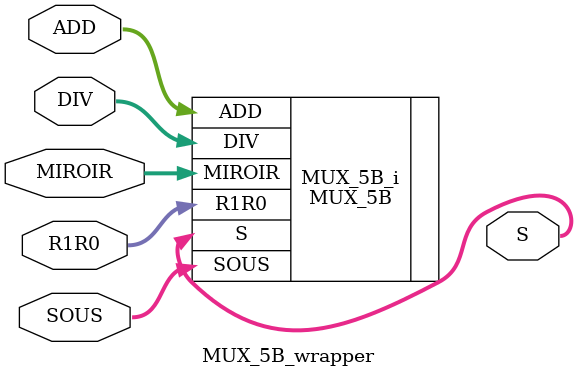
<source format=v>
`timescale 1 ps / 1 ps

module MUX_5B_wrapper
   (ADD,
    DIV,
    MIROIR,
    R1R0,
    S,
    SOUS);
  input [4:0]ADD;
  input [4:0]DIV;
  input [4:0]MIROIR;
  input [1:0]R1R0;
  output [4:0]S;
  input [4:0]SOUS;

  wire [4:0]ADD;
  wire [4:0]DIV;
  wire [4:0]MIROIR;
  wire [1:0]R1R0;
  wire [4:0]S;
  wire [4:0]SOUS;

  MUX_5B MUX_5B_i
       (.ADD(ADD),
        .DIV(DIV),
        .MIROIR(MIROIR),
        .R1R0(R1R0),
        .S(S),
        .SOUS(SOUS));
endmodule

</source>
